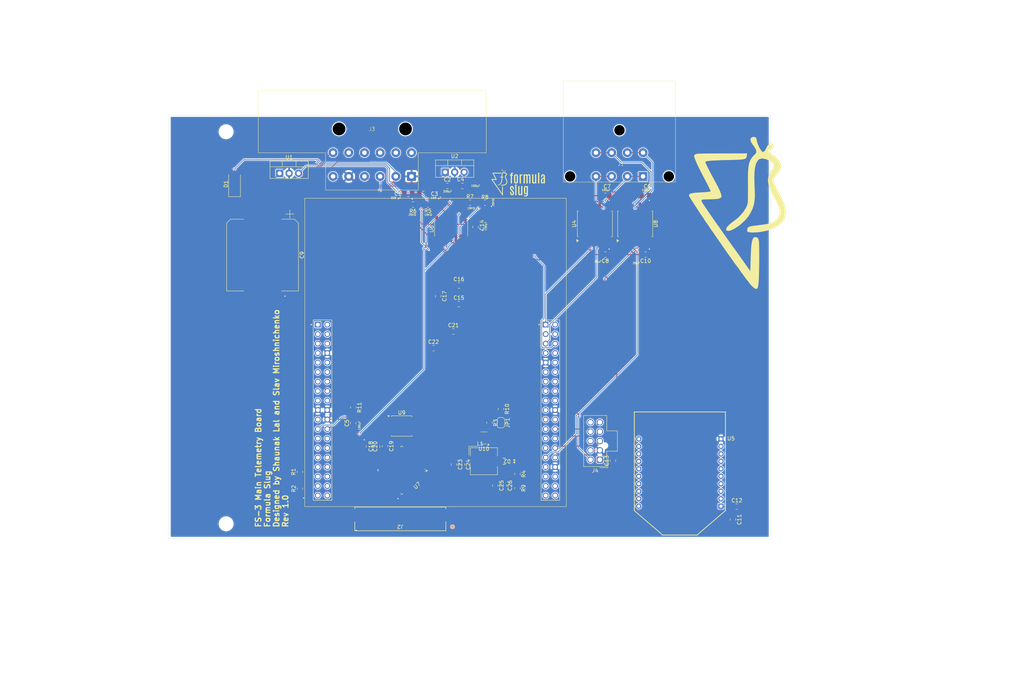
<source format=kicad_pcb>
(kicad_pcb (version 20240108) (generator "pcbnew") (generator_version "8.0")
  (title_block (title "Telemetry Board") (date "2024-08-28") (rev "1.0"))
  (layers (0 "F.Cu" signal) (31 "B.Cu" signal) (34 "B.Paste" user) (35 "F.Paste" user) (36 "B.SilkS" user "B.Silkscreen") (37 "F.SilkS" user "F.Silkscreen") (38 "B.Mask" user) (39 "F.Mask" user) (44 "Edge.Cuts" user))
  (net 0 "")
  (net 1 "GND")
  (net 2 "+12V")
  (net 3 "+5V")
  (net 4 "+9V")
  (net 5 "+3V3")
  (net 6 "CAN2_L")
  (net 7 "Acc Intake Flow Rate")
  (net 8 "Brake Sensor F")
  (net 9 "Brake Sensor B")
  (net 10 "CAN1_H")
  (net 11 "Acc Intake Temp")
  (net 12 "CAN1_L")
  (net 13 "CAN2_H")
  (net 14 "Acc Intake Pressure")
  (net 15 "Steering Sensor")
  (net 16 "Acc Exhaust Temp")
  (net 17 "Brake Sensor F 3V3")
  (net 18 "Brake Sensor R 3V3")
  (net 19 "SD Card Detect T{slash}F")
  (net 20 "CAN1_TX")
  (net 21 "CAN1_RX")
  (net 22 "CAN2_TX")
  (net 23 "CAN2_RX")
  (net 26 "Net-(U6B--)")
  (net 27 "Net-(U6A--)")
  (net 28 "Steering Sensor 3V3")
  (net 32 "VCC1.2")
  (net 34 "BL-High")
  (net 35 "Net-(D2-A)")
  (net 36 "R0")
  (net 37 "R1")
  (net 41 "B4")
  (net 48 "HSYNC")
  (net 50 "+12VIN")
  (net 54 "R4")
  (net 57 "Net-(U3A-PC2)")
  (net 59 "DCLK")
  (net 61 "B0")
  (net 65 "R6")
  (net 70 "VSYNC")
  (net 73 "G0")
  (net 74 "R7")
  (net 75 "G1")
  (net 81 "G7")
  (net 84 "B5")
  (net 89 "B2")
  (net 90 "G5")
  (net 92 "G6")
  (net 93 "R2")
  (net 94 "DISP")
  (net 95 "BL-Low")
  (net 96 "G2")
  (net 97 "DEN")
  (net 98 "G3")
  (net 99 "R3")
  (net 101 "B7")
  (net 102 "B6")
  (net 103 "R5")
  (net 104 "B3")
  (net 105 "B1")
  (net 106 "G4")
  (net 107 "SD MOSI2")
  (net 108 "SD CS2")
  (net 109 "SD SCK2")
  (net 110 "SD MISO2")
  (net 111 "Net-(JP1-A)")
  (net 112 "OV")
  (net 113 "INT")
  (net 114 "Dash SCK3")
  (net 115 "Radio SCK1")
  (net 116 "Dash CS3")
  (net 117 "Dash MISO3")
  (net 118 "Radio MISO1")
  (net 119 "Radio ATTN")
  (net 120 "PD")
  (net 121 "Radio CS1")
  (net 125 "Radio Reset")
  (net 126 "Dash MOSI3")
  (net 128 "Radio MOSI1")
  (net 142 "MEM-MISO")
  (net 144 "MEM-MOSI")
  (net 146 "MEM-IO2")
  (net 147 "MEM-SCLK")
  (net 148 "MEM-IO3")
  (net 153 "BL-PWM")
  (net 157 "Dash SCLK3")
  (net 159 "MEM-CS")
  (footprint "Capacitor_SMD:C_0805_2012Metric" (layer "F.Cu") (at 126.746 105.41)
    (property "Reference" "C22")
    (property "Value" "100 nF")
  )
  (footprint "Resistor_SMD:R_0805_2012Metric_Pad1.20x1.40mm_HandSolder" (layer "F.Cu") (at 91 143 90)
    (property "Reference" "R2")
    (property "Value" "3 kΩ")
  )
  (footprint "Capacitor_SMD:C_0805_2012Metric" (layer "F.Cu") (at 145.542 142.179 -90)
    (property "Reference" "C26")
    (property "Value" "1 µF")
  )
  (footprint "FS_3_Global_Footprint_Library:US2H_TOS" (layer "F.Cu") (at 146.4433 135.6595 180)
    (property "Reference" "D2")
    (property "Value" "470 mV @ 2A Forward / 40V 2A Reverse" (hide yes))
  )
  (footprint "Package_TO_SOT_SMD:SOT-23-6_Handsoldering" (layer "F.Cu") (at 140.208 129.4365 180)
    (property "Reference" "U10")
    (property "Value" "~")
  )
  (footprint "1FS_2_Global_Footprint_Library:FS Logo Big" (layer "F.Cu") (at 207.651135 68.651707)
    (property "Reference" "G1" (hide yes))
    (property "Value" "FS Logo" (hide yes))
  )
  (footprint "Capacitor_SMD:C_0805_2012Metric" (layer "F.Cu") (at 111.633 131.699 90)
    (property "Reference" "C18")
    (property "Value" "10 µF")
  )
  (footprint "Resistor_SMD:R_0805_2012Metric_Pad1.20x1.40mm_HandSolder" (layer "F.Cu") (at 136.5 66.5)
    (property "Reference" "R7")
    (property "Value" "10k")
  )
  (footprint "Capacitor_SMD:C_0805_2012Metric" (layer "F.Cu") (at 113.792 131.638 -90)
    (property "Reference" "C19")
    (property "Value" "100nF")
  )
  (footprint "Capacitor_SMD:C_0805_2012Metric_Pad1.18x1.45mm_HandSolder" (layer "F.Cu") (at 172.7335 64.636 180)
    (property "Reference" "C7")
    (property "Value" "100nf")
  )
  (footprint "Resistor_SMD:R_0805_2012Metric_Pad1.20x1.40mm_HandSolder" (layer "F.Cu") (at 140.5 66.5 180)
    (property "Reference" "R8")
    (property "Value" "20k")
  )
  (footprint "Package_SO:SOIC-8_5.23x5.23mm_P1.27mm" (layer "F.Cu") (at 118.237 126.238)
    (property "Reference" "U9")
    (property "Value" "~")
  )
  (footprint "Resistor_SMD:R_0805_2012Metric" (layer "F.Cu") (at 149.225 139.065 -90)
    (property "Reference" "R4")
    (property "Value" "33K ±1%")
  )
  (footprint "Package_SO:SOP-8_6.62x9.15mm_P2.54mm" (layer "F.Cu") (at 180.696 72.136 90)
    (property "Reference" "U8")
    (property "Value" "ISO1050DUB" (hide yes))
  )
  (footprint "Capacitor_SMD:C_0805_2012Metric_Pad1.18x1.45mm_HandSolder" (layer "F.Cu") (at 134.4625 62 180)
    (property "Reference" "C4")
    (property "Value" "100nf")
  )
  (footprint "MountingHole:MountingHole_3.5mm" (layer "F.Cu") (at 71.25 152.4)
    (property "Reference" "REF**" (hide yes))
    (property "Value" "MountingHole_3.5mm")
  )
  (footprint "Resistor_SMD:R_0805_2012Metric_Pad1.20x1.40mm_HandSolder" (layer "F.Cu") (at 125.25 67 180)
    (property "Reference" "R5")
    (property "Value" "10k")
  )
  (footprint "Capacitor_SMD:C_0805_2012Metric_Pad1.18x1.45mm_HandSolder" (layer "F.Cu") (at 207.899 147.828)
    (property "Reference" "C12")
    (property "Value" "47 pF")
  )
  (footprint "FS_3_Global_Footprint_Library:XBP9B-DPST-001" (layer "F.Cu") (at 192.659 138.938 180)
    (property "Reference" "U5")
    (property "Value" "XBP9B-DPST-001")
  )
  (footprint "Resistor_SMD:R_0805_2012Metric" (layer "F.Cu") (at 149.225 142.875 -90)
    (property "Reference" "R9")
    (property "Value" "100K ±1%")
  )
  (footprint "FS_3_Global_Footprint_Library:ATM13-12PA-BM03" (layer "F.Cu") (at 89.863 43.1)
    (property "Reference" "J3")
    (property "Value" "12 pin ATM connector" (hide yes))
  )
  (footprint "Capacitor_SMD:C_0805_2012Metric" (layer "F.Cu") (at 134.366 136.5485 -90)
    (property "Reference" "C24")
    (property "Value" "10 µF")
  )
  (footprint "Package_SO:SOIC-14_3.9x8.7mm_P1.27mm" (layer "F.Cu") (at 131.46 73.475 -90)
    (property "Reference" "U6")
    (property "Value" "MCP6004" (hide yes))
  )
  (footprint "Inductor_SMD:L_TDK_SLF7045" (layer "F.Cu") (at 140.233 135.6595)
    (property "Reference" "L1")
    (property "Value" "4.7 µH")
  )
  (footprint "FSFootprints:fs_logo_full_2400" (layer "F.Cu") (at 149.352 61.214)
    (property "Reference" "G***" (hide yes))
    (property "Value" "LOGO" (hide yes))
  )
  (footprint "Package_TO_SOT_THT:TO-220-3_Vertical" (layer "F.Cu") (at 85.57 58.62)
    (property "Reference" "U1")
    (property "Value" "LM7805_TO220" (hide yes))
  )
  (footprint "Capacitor_SMD:C_0805_2012Metric" (layer "F.Cu") (at 132.08 100.96)
    (property "Reference" "C21")
    (property "Value" "0.1 µF")
  )
  (footprint "MountingHole:MountingHole_3.5mm" (layer "F.Cu") (at 71.25 47.5)
    (property "Reference" "REF**" (hide yes))
    (property "Value" "MountingHole_3.5mm")
  )
  (footprint "Resistor_SMD:R_0805_2012Metric" (layer "F.Cu") (at 105.283 121.285 -90)
    (property "Reference" "R11")
    (property "Value" "4.7k")
  )
  (footprint "Package_TO_SOT_THT:TO-220-3_Vertical" (layer "F.Cu") (at 129.87 58.32)
    (property "Reference" "U2")
    (property "Value" "LM7809_TO220" (hide yes))
  )
  (footprint "FS_3_Global_Footprint_Library:ATM13-8PA-BM03" (layer "F.Cu") (at 161.5 60.95)
    (property "Reference" "J1")
    (property "Value" "8 pin ATM connector" (hide yes))
  )
  (footprint "Capacitor_SMD:C_0805_2012Metric_Pad1.18x1.45mm_HandSolder" (layer "F.Cu") (at 172.696 80.386 180)
    (property "Reference" "C8")
    (property "Value" "100nf")
  )
  (footprint "Capacitor_SMD:C_0805_2012Metric_Pad1.18x1.45mm_HandSolder" (layer "F.Cu") (at 124 64.135 180)
    (property "Reference" "C3")
    (property "Value" "100nf" (hide yes))
  )
  (footprint "Capacitor_SMD:C_0805_2012Metric" (layer "F.Cu") (at 128.016 91.501 -90)
    (property "Reference" "C17")
    (property "Value" "100nF")
  )
  (footprint "Capacitor_SMD:C_0805_2012Metric_Pad1.18x1.45mm_HandSolder" (layer "F.Cu") (at 120 64.135)
    (property "Reference" "C1")
    (property "Value" "330nf")
  )
  (footprint "Capacitor_SMD:C_0805_2012Metric_Pad1.18x1.45mm_HandSolder" (layer "F.Cu") (at 206.883 151.257 -90)
    (property "Reference" "C11")
    (property "Value" "1.0 uF")
  )
  (footprint "Capacitor_SMD:C_0805_2012Metric" (layer "F.Cu") (at 133.538 93.594)
    (property "Reference" "C15")
    (property "Value" "1 µF")
  )
  (footprint "Capacitor_SMD:C_0805_2012Metric_Pad1.18x1.45mm_HandSolder" (layer "F.Cu") (at 105.25 125.4625 90)
    (property "Reference" "C5")
    (property "Value" "100nf")
  )
  (footprint "FS_3_Global_Footprint_Library:CONN_F32D-1A7Y1-21040_AMP" (layer "F.Cu") (at 117.861999 151.098699 180)
    (property "Reference" "J2")
    (property "Value" "40 pin ZIF FPC Connector")
  )
  (footprint "Capacitor_SMD:C_0805_2012Metric_Pad1.18x1.45mm_HandSolder" (layer "F.Cu") (at 183.446 64.636 180)
    (property "Reference" "C6")
    (property "Value" "100nf")
  )
  (footprint "Capacitor_SMD:C_0805_2012Metric_Pad1.18x1.45mm_HandSolder" (layer "F.Cu") (at 183.4835 80.386 180)
    (property "Reference" "C10")
    (property "Value" "100nf")
  )
  (footprint "Capacitor_SMD:C_0805_2012Metric" (layer "F.Cu") (at 132.207 136.5485 -90)
    (property "Reference" "C23")
    (property "Value" "1 µF")
  )
  (footprint "Capacitor_SMD:C_0805_2012Metric_Pad1.18x1.45mm_HandSolder" (layer "F.Cu") (at 174.75 135.5 90)
    (property "Reference" "C13")
    (property "Value" "100nf")
  )
  (footprint "Capacitor_SMD:C_0805_2012Metric_Pad1.18x1.45mm_HandSolder" (layer "F.Cu") (at 130.4625 62)
    (property "Reference" "C2")
    (property "Value" "330nf")
  )
  (footprint "Diode_SMD:D_2010_5025Metric_Pad1.52x2.65mm_HandSolder" (layer "F.Cu") (at 73.5 61.5 90)
    (property "Reference" "D1")
    (property "Value" "ACGRAT105L-HF")
  )
  (footprint "Resistor_SMD:R_0805_2012Metric_Pad1.20x1.40mm_HandSolder" (layer "F.Cu") (at 91 138.5 -90)
    (property "Reference" "R1")
    (property "Value" "1 kΩ" (hide yes))
  )
  (footprint "Resistor_SMD:R_0805_2012Metric" (layer "F.Cu") (at 144.78 121.6895 -90)
    (property "Reference" "R10")
    (property "Value" "2.49 ±1%")
  )
  (footprint "Package_DFN_QFN:VQFN-64-1EP_9x9mm_P0.5mm_EP7.15x7.15mm" (layer "F.Cu") (at 118.246097 138.068436 -135)
    (property "Reference" "U7")
    (property "Value" "BT817Q")
  )
  (footprint "Capacitor_SMD:C_0805_2012Metric" (layer "F.Cu") (at 109.474 131.699 -90)
    (property "Reference" "C20")
    (property "Value" "100nF")
  )
  (footprint "Resistor_SMD:R_0805_2012Metric" (layer "F.Cu") (at 141.732 125.3725 -90)
    (property "Reference" "R3")
    (property "Value" "4.99 ±1%")
  )
  (footprint "FS_3_Global_Footprint_Library:NUCLEO-F446RE" (layer "F.Cu") (at 127.54 108.62)
    (property "Reference" "U3" (hide yes))
    (property "Value" "NUCLEO-F446RE" (hide yes))
  )
  (footprint "Capacitor_SMD:C_0805_2012Metric_Pad1.18x1.45mm_HandSolder" (layer "F.Cu") (at 138 73 -90)
    (property "Reference" "C14")
    (property "Value" "100nf")
  )
  (footprint "Connector_Molex:Molex_Nano-Fit_105310-xx10_2x05_P2.50mm_Vertical" (layer "F.Cu") (at 171.25 135.25 180)
    (property "Reference" "J4")
    (property "Value" "SD to SPI (Molex nanofit)")
  )
  (footprint "Resistor_SMD:R_0805_2012Metric_Pad1.20x1.40mm_HandSolder" (layer "F.Cu") (at 121.25 67)
    (property "Reference" "R6")
    (property "Value" "20k")
  )
  (footprint "Capacitor_SMD:C_0805_2012Metric" (layer "F.Cu") (at 143.256 142.179 -90)
    (property "Reference" "C25")
    (property "Value" "1 µF")
  )
  (footprint "Capacitor_SMD:C_0805_2012Metric" (layer "F.Cu") (at 133.543 88.641)
    (property "Reference" "C16")
    (property "Value" "0.1 µF")
  )
  (footprint "Capacitor_SMD:CP_Elec_18x17.5" (layer "F.Cu") (at 81 80.5 -90)
    (property "Reference" "C9")
    (property "Value" "EEE-FK1C562SM")
  )
  (footprint "Package_SO:SOP-8_6.62x9.15mm_P2.54mm" (layer "F.Cu") (at 169.926 72.136 90)
    (property "Reference" "U4")
    (property "Value" "ISO1050DUB")
  )
  (footprint "Jumper:SolderJumper-2_P1.3mm_Open_RoundedPad1.0x1.5mm" (layer "F.Cu") (at 144.78 125.3575 -90)
    (property "Reference" "JP1")
    (property "Value" "Open")
  )
  (gr_rect (start 92.29 65.29) (end 162.29 147.79) (stroke (width 0.1)) (fill none) (layer "F.SilkS"))
  (gr_rect (start 55.928 43.027999) (end 216.928 156.377999) (stroke (width 0.05)) (fill none) (layer "Edge.Cuts"))
  (gr_text "100 μF" (at 126 65.5 0) (layer "F.SilkS") (effects (font (size 0.5 0.5) (thickness 0.1) (bold yes)) (justify left bottom)))
  (gr_text "100μF" (at 171.696 63.386 0) (layer "F.SilkS") (effects (font (size 0.5 0.5) (thickness 0.1) (bold yes)) (justify left bottom)))
  (gr_text "10KΩ" (at 135.75 68.25 0) (layer "F.SilkS") (effects (font (size 0.5 0.5) (thickness 0.1) (bold yes)) (justify left bottom)))
  (gr_text "10KΩ" (at 124.25 70 0) (layer "F.SilkS") (effects (font (size 0.5 0.5) (thickness 0.1) (bold yes)) (justify left bottom)))
  (gr_text "20KΩ" (at 143 67.5 90) (layer "F.SilkS") (effects (font (size 0.5 0.5) (thickness 0.1) (bold yes)) (justify left bottom)))
  (gr_text "330 μF" (at 115.25 65.5 0) (layer "F.SilkS") (effects (font (size 0.5 0.5) (thickness 0.1) (bold yes)) (justify left bottom)))
  (gr_text "20μF" (at 169.75 82.5 0) (layer "F.SilkS") (effects (font (size 0.5 0.5) (thickness 0.1) (bold yes)) (justify left bottom)))
  (gr_text "100μF" (at 107.188 127.381 90) (layer "F.SilkS") (effects (font (size 0.5 0.5) (thickness 0.1) (bold yes)) (justify left bottom)))
  (gr_text "100μF" (at 141 74 90) (layer "F.SilkS") (effects (font (size 0.5 0.5) (thickness 0.1) (bold yes)) (justify left bottom)))
  (gr_text "20KΩ" (at 120 70 0) (layer "F.SilkS") (effects (font (size 0.5 0.5) (thickness 0.1) (bold yes)) (justify left bottom)))
  (gr_text "FS-3 Main Telemetry Board\nFormula Slug\nDesigned by Shaunak Lal and Slav Miroshnichenko\nRev 1.0" (at 88 153.5 90) (layer "F.SilkS") (effects (font (size 1.5 1.5) (thickness 0.3) (bold yes)) (justify left bottom)))
  (gr_text "330μF" (at 129.25 63.75 0) (layer "F.SilkS") (effects (font (size 0.5 0.5) (thickness 0.1) (bold yes)) (justify left bottom)))
  (gr_text "20μF" (at 179.959 82.931 0) (layer "F.SilkS") (effects (font (size 0.5 0.5) (thickness 0.1) (bold yes)) (justify left bottom)))
  (gr_text "100μF" (at 182.446 63.386 0) (layer "F.SilkS") (effects (font (size 0.5 0.5) (thickness 0.1) (bold yes)) (justify left bottom)))
  (gr_text "100μF" (at 136.75 62.25 0) (layer "F.SilkS") (effects (font (size 0.5 0.5) (thickness 0.1) (bold yes)) (justify left bottom)))
  (segment (start 184.506 65.886) (end 184.506 64.6585) (width 0.2) (layer "F.Cu") (net 1))
  (segment (start 132.41 61.09) (end 131.5 62) (width 0.2) (layer "F.Cu") (net 1))
  (segment (start 131.46 76.924999) (end 131.760001 77.225) (width 0.2) (layer "F.Cu") (net 1))
  (segment (start 184.506 78.886) (end 184.506 80.371) (width 0.2) (layer "F.Cu") (net 1))
  (segment (start 110.111999 153.924) (end 109.8943 154.141699) (width 0.2) (layer "F.Cu") (net 1))
  (segment (start 141.5 66.5) (end 142.25 67.25) (width 0.2) (layer "F.Cu") (net 1))
  (segment (start 118.246097 137.007776) (end 118.246097 138.068436) (width 0.2) (layer "F.Cu") (net 1))
  (segment (start 132.41 61.09) (end 132.515 61.09) (width 0.2) (layer "F.Cu") (net 1))
  (segment (start 109.032 130.749) (end 108.204 129.921) (width 0.2) (layer "F.Cu") (net 1))
  (segment (start 184.506 64.6585) (end 184.4835 64.636) (width 0.2) (layer "F.Cu") (net 1))
  (segment (start 138 74.0375) (end 139.7875 74.0375) (width 0.2) (layer "F.Cu") (net 1))
  (segment (start 126.611999 154.0687) (end 126.539 154.141699) (width 0.2) (layer "F.Cu") (net 1))
  (segment (start 82.75 87.25) (end 87 91.5) (width 0.2) (layer "F.Cu") (net 1))
  (segment (start 208.9365 147.828) (end 208.9365 150.241) (width 0.2) (layer "F.Cu") (net 1))
  (segment (start 110.111999 153.924) (end 110.111999 153.193999) (width 0.2) (layer "F.Cu") (net 1))
  (segment (start 115.638641 134.40032) (end 118.246097 137.007776) (width 0.2) (layer "F.Cu") (net 1))
  (segment (start 139.7875 74.0375) (end 139.9125 73.9125) (width 0.2) (layer "F.Cu") (net 1))
  (segment (start 120.25 66.2875) (end 121.0375 65.5) (width 0.2) (layer "F.Cu") (net 1))
  (segment (start 138 75) (end 138 74.0375) (width 0.2) (layer "F.Cu") (net 1))
  (segment (start 113.731 130.749) (end 113.792 130.688) (width 0.2) (layer "F.Cu") (net 1))
  (segment (start 184.506 76.661) (end 184.506 78.886) (width 0.2) (layer "F.Cu") (net 1))
  (segment (start 109.8943 154.141699) (end 106.089699 154.141699) (width 0.2) (layer "F.Cu") (net 1))
  (segment (start 113.684999 154.141699) (end 114.427 154.141699) (width 0.2) (layer "F.Cu") (net 1))
  (segment (start 184.506 80.121) (end 184.771 80.386) (width 0.2) (layer "F.Cu") (net 1))
  (segment (start 113.612 153.193999) (end 113.612 154.0687) (width 0.2) (layer "F.Cu") (net 1))
  (segment (start 203.659 129.688) (end 208.9365 134.9655) (width 0.2) (layer "F.Cu") (net 1))
  (segment (start 111.633 130.749) (end 113.731 130.749) (width 0.2) (layer "F.Cu") (net 1))
  (segment (start 120.25 67) (end 120.25 66.2875) (width 0.2) (layer "F.Cu") (net 1))
  (segment (start 174.75 134.4625) (end 172.9625 134.4625) (width 0.2) (layer "F.Cu") (net 1))
  (segment (start 117.759961 145.130039) (end 117.759961 143.857873) (width 0.2) (layer "F.Cu") (net 1))
  (segment (start 98.415 124.425) (end 98.33 124.51) (width 0.2) (layer "F.Cu") (net 1))
  (segment (start 109.474 130.749) (end 109.032 130.749) (width 0.2) (layer "F.Cu") (net 1))
  (segment (start 208.9365 134.9655) (end 208.9365 147.828) (width 0.2) (layer "F.Cu") (net 1))
  (segment (start 113.792 130.688) (end 114.637 129.843) (width 0.2) (layer "F.Cu") (net 1))
  (segment (start 110.184998 154.141699) (end 110.111999 154.0687) (width 0.2) (layer "F.Cu") (net 1))
  (segment (start 131.46 75.95) (end 131.46 76.924999) (width 0.2) (layer "F.Cu") (net 1))
  (segment (start 109.474 130.749) (end 111.633 130.749) (width 0.2) (layer "F.Cu") (net 1))
  (segment (start 110.111999 154.0687) (end 110.111999 153.924) (width 0.2) (layer "F.Cu") (net 1))
  (segment (start 117.221 145.669) (end 117.759961 145.130039) (width 0.2) (layer "F.Cu") (net 1))
  (segment (start 112.758513 138.252719) (end 118.061814 138.252719) (width 0.2) (layer "F.Cu") (net 1))
  (segment (start 173.736 65.886) (end 173.736 64.671) (width 0.2) (layer "F.Cu") (net 1))
  (segment (start 208.9365 150.241) (end 206.883 152.2945) (width 0.2) (layer "F.Cu") (net 1))
  (segment (start 135.775 77.225) (end 138 75) (width 0.2) (layer "F.Cu") (net 1))
  (segment (start 121.0375 64.135) (end 122.9625 64.135) (width 0.2) (layer "F.Cu") (net 1))
  (segment (start 132.41 58.32) (end 132.41 61.09) (width 0.2) (layer "F.Cu") (net 1))
  (segment (start 173.736 78.886) (end 173.736 80.3835) (width 0.2) (layer "F.Cu") (net 1))
  (segment (start 121.0375 64.135) (end 121.0375 65.5) (width 0.2) (layer "F.Cu") (net 1))
  (segment (start 184.506 80.371) (end 184.521 80.386) (width 0.2) (layer "F.Cu") (net 1))
  (segment (start 112.45666 138.554572) (end 112.758513 138.252719) (width 0.2) (layer "F.Cu") (net 1))
  (segment (start 91 144.5) (end 92 145.5) (width 0.2) (layer "F.Cu") (net 1))
  (segment (start 172.9625 134.4625) (end 171.25 132.75) (width 0.2) (layer "F.Cu") (net 1))
  (segment (start 91 144) (end 91 144.5) (width 0.2) (layer "F.Cu") (net 1))
  (segment (start 117.759961 143.857873) (end 118.061814 143.55602) (width 0.2) (layer "F.Cu") (net 1))
  (segment (start 126.611999 153.193999) (end 126.611999 154.0687) (width 0.2) (layer "F.Cu") (net 1))
  (segment (start 132.515 61.09) (end 133.425 62) (width 0.2) (layer "F.Cu") (net 1))
  (segment (start 105.25 124.425) (end 98.415 124.425) (width 0.2) (layer "F.Cu") (net 1))
  (segment (start 184.506 67.611) (end 184.506 65.886) (width 0.2) (layer "F.Cu") (net 1))
  (segment (start 114.427 154.141699) (end 110.184998 154.141699) (width 0.2) (layer "F.Cu") (net 1))
  (segment (start 114.637 129.843) (end 114.637 128.143) (width 0.2) (layer "F.Cu") (net 1))
  (segment (start 173.736 80.3835) (end 173.7335 80.386) (width 0.2) (layer "F.Cu") (net 1))
  (segment (start 173.736 76.661) (end 173.736 78.886) (width 0.2) (layer "F.Cu") (net 1))
  (segment (start 126.539 154.141699) (end 114.427 154.141699) (width 0.2) (layer "F.Cu") (net 1))
  (segment (start 118.061814 138.252719) (end 118.246097 138.068436) (width 0.2) (layer "F.Cu") (net 1))
  (segment (start 113.612 154.0687) (end 113.684999 154.141699) (width 0.2) (layer "F.Cu") (net 1))
  (segment (start 81 87.25) (end 82.75 87.25) (width 0.2) (layer "F.Cu") (net 1))
  (segment (start 131.760001 77.225) (end 135.775 77.225) (width 0.2) (layer "F.Cu") (net 1))
  (segment (start 173.736 67.611) (end 173.736 65.886) (width 0.2) (layer "F.Cu") (net 1))
  (segment (start 142.25 67.25) (end 142.25 67.5) (width 0.2) (layer "F.Cu") (net 1))
  (segment (start 173.736 64.671) (end 173.771 64.636) (width 0.2) (layer "F.Cu") (net 1))
  (segment (start 118.061814 143.55602) (end 118.061814 138.252719) (width 0.2) (layer "F.Cu") (net 1))
  (via (at 184.506 65.886) (size 0.6) (drill 0.3) (layers "F.Cu" "B.Cu") (net 1))
  (via (at 87 91.5) (size 0.6) (drill 0.3) (layers "F.Cu" "B.Cu") (net 1))
  (via (at 173.736 65.886) (size 0.6) (drill 0.3) (layers "F.Cu" "B.Cu") (net 1))
  (via (at 106.089699 154.141699) (size 0.6) (drill 0.3) (layers "F.Cu" "B.Cu") (net 1))
  (via (at 184.506 78.886) (size 0.6) (drill 0.3) (layers "F.Cu" "B.Cu") (net 1))
  (via (at 121.0375 65.5) (size 0.6) (drill 0.3) (layers "F.Cu" "B.Cu") (net 1))
  (via (at 117.221 145.669) (size 0.6) (drill 0.3) (layers "F.Cu" "B.Cu") (net 1))
  (via (at 142.25 67.5) (size 0.6) (drill 0.3) (layers "F.Cu" "B.Cu") (net 1))
  (via (at 139.9125 73.9125) (size 0.6) (drill 0.3) (layers "F.Cu" "B.Cu") (net 1))
  (via (at 92 145.5) (size 0.6) (drill 0.3) (layers "F.Cu" "B.Cu") (net 1))
  (via (at 108.204 129.921) (size 0.6) (drill 0.3) (layers "F.Cu" "B.Cu") (net 1))
  (via (at 173.736 78.886) (size 0.6) (drill 0.3) (layers "F.Cu" "B.Cu") (net 1))
  (segment (start 95.5 55.5) (end 88.69 55.5) (width 0.2) (layer "F.Cu") (net 2))
  (segment (start 80.5 63.985) (end 80.5 73.75) (width 0.2) (layer "F.Cu") (net 2))
  (segment (start 129.87 61.555) (end 129.425 62) (width 0.2) (layer "F.Cu") (net 2))
  (segment (start 118.0775 63.25) (end 118.9625 64.135) (width 0.2) (layer "F.Cu") (net 2))
  (segment (start 80.3525 63.8375) (end 85.57 58.62) (width 0.2) (layer "F.Cu") (net 2))
  (segment (start 117.5 63.25) (end 118.0775 63.25) (width 0.2) (layer "F.Cu") (net 2))
  (segment (start 88.69 55.5) (end 85.57 58.62) (width 0.2) (layer "F.Cu") (net 2))
  (segment (start 129.87 58.32) (end 129.87 61.555) (width 0.2) (layer "F.Cu") (net 2))
  (segment (start 73.5 63.8375) (end 80.3525 63.8375) (width 0.2) (layer "F.Cu") (net 2))
  (segment (start 127.05 61.14) (end 115.39 61.14) (width 0.2) (layer "F.Cu") (net 2))
  (segment (start 129.87 58.32) (end 127.05 61.14) (width 0.2) (layer "F.Cu") (net 2))
  (segment (start 80.3525 63.8375) (end 80.5 63.985) (width 0.2) (layer "F.Cu") (net 2))
  (via (at 95.5 55.5) (size 0.6) (drill 0.3) (layers "F.Cu" "B.Cu") (net 2))
  (via (at 117.5 63.25) (size 0.6) (drill 0.3) (layers "F.Cu" "B.Cu") (net 2))
  (via (at 115.39 61.14) (size 0.6) (drill 0.3) (layers "F.Cu" "B.Cu") (net 2))
  (segment (start 96.5 56.25) (end 95.75 55.5) (width 0.2) (layer "B.Cu") (net 2))
  (segment (start 115 57.26) (end 113.99 56.25) (width 0.2) (layer "B.Cu") (net 2))
  (segment (start 113.99 56.25) (end 96.5 56.25) (width 0.2) (layer "B.Cu") (net 2))
  (segment (start 115.39 61.14) (end 117.5 63.25) (width 0.2) (layer "B.Cu") (net 2))
  (segment (start 115 60.75) (end 115.225 60.975) (width 0.2) (layer "B.Cu") (net 2))
  (segment (start 115 60.75) (end 115 57.26) (width 0.2) (layer "B.Cu") (net 2))
  (segment (start 95.75 55.5) (end 95.5 55.5) (width 0.2) (layer "B.Cu") (net 2))
  (segment (start 115.225 60.975) (end 115.39 61.14) (width 0.2) (layer "B.Cu") (net 2))
  (segment (start 131.46 70.625256) (end 131.46 71) (width 0.2) (layer "F.Cu") (net 3))
  (segment (start 131.46 71.974999) (end 131.46 71) (width 0.2) (layer "F.Cu") (net 3))
  (segment (start 138.858 130.3865) (end 137.083 132.1615) (width 0.2) (layer "F.Cu") (net 3))
  (segment (start 125.0375 64.135) (end 125.0375 65.4625) (width 0.2) (layer "F.Cu") (net 3))
  (segment (start 176.97 65.136) (end 181.9085 65.136) (width 0.2) (layer "F.Cu") (net 3))
  (segment (start 172.721 63.611) (end 175.445 63.611) (width 0.2) (layer "F.Cu") (net 3))
  (segment (start 181.9085 65.136) (end 177.0002 65.136) (width 0.2) (layer "F.Cu") (net 3))
  (segment (start 125 65.5) (end 126.334744 65.5) (width 0.2) (layer "F.Cu") (net 3))
  (segment (start 137.6875 72.275) (end 131.760001 72.275) (width 0.2) (layer "F.Cu") (net 3))
  (segment (start 176.886 65.2502) (end 176.886 67.611) (width 0.2) (layer "F.Cu") (net 3))
  (segment (start 137.246 133.6275) (end 137.185 133.5665) (width 0.2) (layer "F.Cu") (net 3))
  (segment (start 138 71.9625) (end 161.7645 71.9625) (width 0.2) (layer "F.Cu") (net 3))
  (segment (start 171.6612 64.6012) (end 171.696 64.636) (width 0.2) (layer "F.Cu") (net 3))
  (segment (start 131.760001 72.275) (end 131.46 71.974999) (width 0.2) (layer "F.Cu") (net 3))
  (segment (start 137.083 132.1615) (end 137.083 135.6595) (width 0.2) (layer "F.Cu") (net 3))
  (segment (start 125.0375 65.4625) (end 125 65.5) (width 0.2) (layer "F.Cu") (net 3))
  (segment (start 171.696 64.636) (end 172.721 63.611) (width 0.2) (layer "F.Cu") (net 3))
  (segment (start 169.1258 64.6012) (end 171.6612 64.6012) (width 0.2) (layer "F.Cu") (net 3))
  (segment (start 126.334744 65.5) (end 131.46 70.625256) (width 0.2) (layer "F.Cu") (net 3))
  (segment (start 137.083 135.6595) (end 134.427 135.6595) (width 0.2) (layer "F.Cu") (net 3))
  (segment (start 134.366 135.5985) (end 132.207 135.5985) (width 0.2) (layer "F.Cu") (net 3))
  (segment (start 161.7645 71.9625) (end 166.116 67.611) (width 0.2) (layer "F.Cu") (net 3))
  (segment (start 175.445 63.611) (end 176.97 65.136) (width 0.2) (layer "F.Cu") (net 3))
  (segment (start 169.091 64.636) (end 166.116 67.611) (width 0.2) (layer "F.Cu") (net 3))
  (segment (start 177.0002 65.136) (end 176.886 65.2502) (width 0.2) (layer "F.Cu") (net 3))
  (segment (start 138 71.9625) (end 137.6875 72.275) (width 0.2) (layer "F.Cu") (net 3))
  (segment (start 181.9085 65.136) (end 182.4085 64.636) (width 0.2) (layer "F.Cu") (net 3))
  (segment (start 171.696 64.636) (end 169.091 64.636) (width 0.2) (layer "F.Cu") (net 3))
  (via (at 125 65.5) (size 0.6) (drill 0.3) (layers "F.Cu" "B.Cu") (net 3))
  (segment (start 123.35 63.85) (end 125 65.5) (width 0.2) (layer "B.Cu") (net 3))
  (segment (start 92.62 56.65) (end 113.824314 56.65) (width 0.2) (layer "B.Cu") (net 3))
  (segment (start 114.5 61.098529) (end 117.251471 63.85) (width 0.2) (layer "B.Cu") (net 3))
  (segment (start 90.65 58.62) (end 92.62 56.65) (width 0.2) (layer "B.Cu") (net 3))
  (segment (start 113.824314 56.65) (end 114.5 57.325686) (width 0.2) (layer "B.Cu") (net 3))
  (segment (start 117.251471 63.85) (end 123.35 63.85) (width 0.2) (layer "B.Cu") (net 3))
  (segment (start 114.5 57.325686) (end 114.5 61.098529) (width 0.2) (layer "B.Cu") (net 3))
  (segment (start 105.25 126.586) (end 105.25 126.5) (width 0.2) (layer "F.Cu") (net 4))
  (segment (start 124.75 77.5) (end 124.75 78.196) (width 0.2) (layer "F.Cu") (net 4))
  (segment (start 124.75 78.196) (end 124.206 78.74) (width 0.2) (layer "F.Cu") (net 4))
  (segment (start 105.25 126.5) (end 98.88 126.5) (width 0.2) (layer "F.Cu") (net 4))
  (segment (start 98.88 126.5) (end 98.33 127.05) (width 0.2) (layer "F.Cu") (net 4))
  (segment (start 105.25 126.022244) (end 105.25 126.5) (width 0.2) (layer "F.Cu") (net 4))
  (segment (start 106.934 128.27) (end 105.25 126.586) (width 0.2) (layer "F.Cu") (net 4))
  (segment (start 135.5 62) (end 131.25 66.25) (width 0.2) (layer "F.Cu") (net 4))
  (segment (start 124.75 77.5) (end 124.75 77.75) (width 0.2) (layer "F.Cu") (net 4))
  (segment (start 134.95 61.45) (end 135.5 62) (width 0.2) (layer "F.Cu") (net 4))
  (segment (start 134.95 58.32) (end 134.95 61.45) (width 0.2) (layer "F.Cu") (net 4))
  (via (at 124.75 77.5) (size 0.6) (drill 0.3) (layers "F.Cu" "B.Cu") (net 4))
  (via (at 124.206 78.74) (size 0.6) (drill 0.3) (layers "F.Cu" "B.Cu") (net 4))
  (via (at 131.25 66.25) (size 0.6) (drill 0.3) (layers "F.Cu" "B.Cu") (net 4))
  (via (at 106.934 128.27) (size 0.6) (drill 0.3) (layers "F.Cu" "B.Cu") (net 4))
  (segment (start 124.206 78.74) (end 124.206 110.998) (width 0.2) (layer "B.Cu") (net 4))
  (segment (start 124.75 73.25) (end 131.25 66.75) (width 0.2) (layer "B.Cu") (net 4))
  (segment (start 131.25 66.75) (end 131.25 66.25) (width 0.2) (layer "B.Cu") (net 4))
  (segment (start 124.206 110.998) (end 106.934 128.27) (width 0.2) (layer "B.Cu") (net 4))
  (segment (start 124.75 77.5) (end 124.75 73.25) (width 0.2) (layer "B.Cu") (net 4))
  (segment (start 122.937 125.943552) (end 122.607552 126.273) (width 0.2) (layer "F.Cu") (net 5))
  (segment (start 113.569021 135.866234) (end 113.870874 136.168087) (width 0.2) (layer "F.Cu") (net 5))
  (segment (start 171.6585 85.0375) (end 171.6585 80.386) (width 0.2) (layer "F.Cu") (net 5))
  (segment (start 174.75 142.193214) (end 182.776286 150.2195) (width 0.2) (layer "F.Cu") (net 5))
  (segment (start 112.49 63.26) (end 96.855 78.895) (width 0.2) (layer "F.Cu") (net 5))
  (segment (start 96.855 78.895) (end 96.855 103.125) (width 0.2) (layer "F.Cu") (net 5))
  (segment (start 174.421 81.411) (end 175.446 80.386) (width 0.2) (layer "F.Cu") (net 5))
  (segment (start 175.775 89.154) (end 171.6585 85.0375) (width 0.2) (layer "F.Cu") (net 5))
  (segment (start 96.855 103.125) (end 95.79 104.19) (width 0.2) (layer "F.Cu") (net 5))
  (segment (start 113.792 132.588) (end 113.792 133.260786) (width 0.2) (layer "F.Cu") (net 5))
  (segment (start 203.799 147.828) (end 203.659 147.688) (width 0.2) (layer "F.Cu") (net 5))
  (segment (start 174.75 136.5375) (end 174.75 142.193214) (width 0.2) (layer "F.Cu") (net 5))
  (segment (start 113.792 133.260786) (end 115.285087 134.753873) (width 0.2) (layer "F.Cu") (net 5))
  (segment (start 112.49 63.075) (end 112.49 63.26) (width 0.2) (layer "F.Cu") (net 5))
  (segment (start 96.855 115.415) (end 98.33 116.89) (width 0.2) (layer "F.Cu") (net 5))
  (segment (start 96.855 105.255) (end 96.855 115.415) (width 0.2) (layer "F.Cu") (net 5))
  (segment (start 122.607552 126.273) (end 120.996448 126.273) (width 0.2) (layer "F.Cu") (net 5))
  (segment (start 206.8615 147.828) (end 203.799 147.828) (width 0.2) (layer "F.Cu") (net 5))
  (segment (start 176.886 76.661) (end 180.611 80.386) (width 0.2) (layer "F.Cu") (net 5))
  (segment (start 109.474 132.649) (end 112.691234 135.866234) (width 0.2) (layer "F.Cu") (net 5))
  (segment (start 175.446 80.386) (end 182.446 80.386) (width 0.2) (layer "F.Cu") (net 5))
  (segment (start 95.79 104.19) (end 96.855 105.255) (width 0.2) (layer "F.Cu") (net 5))
  (segment (start 171.6585 80.386) (end 172.6835 81.411) (width 0.2) (layer "F.Cu") (net 5))
  (segment (start 120.996448 126.273) (end 117.759961 129.509487) (width 0.2) (layer "F.Cu") (net 5))
  (segment (start 98.33 116.89) (end 101.8005 116.89) (width 0.2) (layer "F.Cu") (net 5))
  (segment (start 112.691234 135.866234) (end 113.569021 135.866234) (width 0.2) (layer "F.Cu") (net 5))
  (segment (start 171.25 135.25) (end 173.4625 135.25) (width 0.2) (layer "F.Cu") (net 5))
  (segment (start 169.841 80.386) (end 171.6585 80.386) (width 0.2) (layer "F.Cu") (net 5))
  (segment (start 161.027 81.75) (end 166.116 76.661) (width 0.2) (layer "F.Cu") (net 5))
  (segment (start 112.49 63.075) (end 113.075 63.075) (width 0.2) (layer "F.Cu") (net 5))
  (segment (start 117.759961 129.509487) (end 117.759961 132.278999) (width 0.2) (layer "F.Cu") (net 5))
  (segment (start 121.837 124.333) (end 122.636999 124.333) (width 0.2) (layer "F.Cu") (net 5))
  (segment (start 122.636999 124.333) (end 122.937 124.633001) (width 0.2) (layer "F.Cu") (net 5))
  (segment (start 206.883 150.2195) (end 206.883 147.8495) (width 0.2) (layer "F.Cu") (net 5))
  (segment (start 113.075 63.075) (end 131.75 81.75) (width 0.2) (layer "F.Cu") (net 5))
  (segment (start 122.937 124.633001) (end 122.937 125.943552) (width 0.2) (layer "F.Cu") (net 5))
  (segment (start 206.883 147.8495) (end 206.8615 147.828) (width 0.2) (layer "F.Cu") (net 5))
  (segment (start 182.776286 150.2195) (end 206.883 150.2195) (width 0.2) (layer "F.Cu") (net 5))
  (segment (start 101.8005 116.89) (end 105.283 120.3725) (width 0.2) (layer "F.Cu") (net 5))
  (segment (start 131.75 81.75) (end 161.027 81.75) (width 0.2) (layer "F.Cu") (net 5))
  (segment (start 173.4625 135.25) (end 174.75 136.5375) (width 0.2) (layer "F.Cu") (net 5))
  (segment (start 175.775 135.5125) (end 174.75 136.5375) (width 0.2) (layer "F.Cu") (net 5))
  (segment (start 172.6835 81.411) (end 174.421 81.411) (width 0.2) (layer "F.Cu") (net 5))
  (segment (start 166.116 76.661) (end 169.841 80.386) (width 0.2) (layer "F.Cu") (net 5))
  (segment (start 175.775 89.154) (end 175.775 135.5125) (width 0.2) (layer "F.Cu") (net 5))
  (segment (start 180.611 80.386) (end 182.446 80.386) (width 0.2) (layer "F.Cu") (net 5))
  (via (at 112.49 63.075) (size 0.6) (drill 0.3) (layers "F.Cu" "B.Cu") (net 5))
  (segment (start 112.49 63.075) (end 112.49 58.95) (width 0.2) (layer "B.Cu") (net 5))
  (segment (start 180.971 67.611) (end 180.696 67.886) (width 0.2) (layer "F.Cu") (net 6))
  (segment (start 181.966 67.611) (end 180.971 67.611) (width 0.2) (layer "F.Cu") (net 6))
  (segment (start 182.8 53.1) (end 178.6 53.1) (width 0.2) (layer "F.Cu") (net 6))
  (via (at 180.696 67.886) (size 0.6) (drill 0.3) (layers "F.Cu" "B.Cu") (net 6))
  (segment (start 180.696 67.886) (end 185.293 63.289) (width 0.2) (layer "B.Cu") (net 6))
  (segment (start 185.293 55.593) (end 182.8 53.1) (width 0.2) (layer "B.Cu") (net 6))
  (segment (start 185.293 63.289) (end 185.293 55.593) (width 0.2) (layer "B.Cu") (net 6))
  (segment (start 109.591 55.499) (end 101.051 55.499) (width 0.15) (layer "F.Cu") (net 7))
  (segment (start 101.051 55.499) (end 94.55 62) (width 0.15) (layer "F.Cu") (net 7))
  (segment (start 95.41 130.75) (end 96.95 130.75) (width 0.15) (layer "F.Cu") (net 7))
  (segment (start 94.55 62) (end 94.55 129.89) (width 0.15) (layer "F.Cu") (net 7))
  (segment (start 96.95 130.75) (end 98.33 132.13) (width 0.15) (layer "F.Cu") (net 7))
  (segment (start 94.55 129.89) (end 95.41 130.75) (width 0.15) (layer "F.Cu") (net 7))
  (segment (start 112.49 52.6) (end 109.591 55.499) (width 0.15) (layer "F.Cu") (net 7))
  (segment (start 104.09 58.95) (end 107.24 62.1) (width 0.15) (layer "F.Cu") (net 8))
  (segment (start 107.24 62.1) (end 125.605026 62.1) (width 0.15) (layer "F.Cu") (net 8))
  (segment (start 132.73 69.224974) (end 132.73 71) (width 0.15) (layer "F.Cu") (net 8))
  (segment (start 125.605026 62.1) (end 132.73 69.224974) (width 0.15) (layer "F.Cu") (net 8))
  (segment (start 129.250196 72.25) (end 130.19 71.310196) (width 0.15) (layer "F.Cu") (net 9))
  (segment (start 99.89 58.95) (end 103.44 62.5) (width 0.15) (layer "F.Cu") (net 9))
  (segment (start 103.44 62.5) (end 114 62.5) (width 0.15) (layer "F.Cu") (net 9))
  (segment (start 130.19 71.310196) (end 130.19 71) (width 0.15) (layer "F.Cu") (net 9))
  (segment (start 114 62.5) (end 123.75 72.25) (width 0.15) (layer "F.Cu") (net 9))
  (segment (start 123.75 72.25) (end 129.250196 72.25) (width 0.15) (layer "F.Cu") (net 9))
  (segment (start 178.6 59.45) (end 182.8 59.45) (width 0.2) (layer "F.Cu") (net 10))
  (segment (start 168.656 67.611) (end 170.131 66.136) (width 0.2) (layer "F.Cu") (net 10))
  (segment (start 170.131 66.136) (end 172.446 66.136) (width 0.2) (layer "F.Cu") (net 10))
  (via (at 172.446 66.136) (size 0.6) (drill 0.3) (layers "F.Cu" "B.Cu") (net 10))
  (segment (start 172.446 66.136) (end 178.6 59.982) (width 0.2) (layer "B.Cu") (net 10))
  (segment (start 178.6 59.982) (end 178.6 59.45) (width 0.2) (layer "B.Cu") (net 10))
  (segment (start 95 138.5) (end 97.08 138.5) (width 0.15) (layer "F.Cu") (net 11))
  (segment (start 93.5 137) (end 95 138.5) (width 0.15) (layer "F.Cu") (net 11))
  (segment (start 93.5 58.99) (end 93.5 137) (width 0.15) (layer "F.Cu") (net 11))
  (segment (start 97.08 138.5) (end 98.33 139.75) (width 0.15) (layer "F.Cu") (net 11))
  (segment (start 99.89 52.6) (end 93.5 58.99) (width 0.15) (layer "F.Cu") (net 11))
  (segment (start 171.921 67.611) (end 171.196 67.611) (width 0.2) (layer "F.Cu") (net 12))
  (segment (start 172.196 67.886) (end 171.921 67.611) (width 0.2) (layer "F.Cu") (net 12))
  (segment (start 170.2 59.45) (end 174.4 59.45) (width 0.2) (layer "F.Cu") (net 12))
  (via (at 172.196 67.886) (size 0.6) (drill 0.3) (layers "F.Cu" "B.Cu") (net 12))
  (segment (start 172.196 67.886) (end 170.2 65.89) (width 0.2) (layer "B.Cu") (net 12))
  (segment (start 170.2 65.89) (end 170.2 59.45) (width 0.2) (layer "B.Cu") (net 12))
  (segment (start 174.4 53.1) (end 170.2 53.1) (width 0.2) (layer "F.Cu") (net 13))
  (segment (start 179.426 67.611) (end 180.401 66.636) (width 0.2) (layer "F.Cu") (net 13))
  (segment (start 180.401 66.636) (end 180.446 66.636) (width 0.2) (layer "F.Cu") (net 13))
  (via (at 180.446 66.636) (size 0.6) (drill 0.3) (layers "F.Cu" "B.Cu") (net 13))
  (segment (start 177.058686 55.758686) (end 174.4 53.1) (width 0.2) (layer "B.Cu") (net 13))
  (segment (start 184.893 62.189) (end 184.893 58.147) (width 0.2) (layer "B.Cu") (net 13))
  (segment (start 182.504686 55.758686) (end 177.058686 55.758686) (width 0.2) (layer "B.Cu") (net 13))
  (segment (start 180.446 66.636) (end 184.893 62.189) (width 0.2) (layer "B.Cu") (net 13))
  (segment (start 184.893 58.147) (end 182.504686 55.758686) (width 0.2) (layer "B.Cu") (net 13))
  (segment (start 97.16 133.5) (end 98.33 134.67) (width 0.15) (layer "F.Cu") (net 14))
  (segment (start 94.2 59.279948) (end 94.2 132.45) (width 0.15) (layer "F.Cu") (net 14))
  (segment (start 95.25 133.5) (end 97.16 133.5) (width 0.15) (layer "F.Cu") (net 14))
  (segment (start 105.741 55.149) (end 98.330948 55.149) (width 0.15) (layer "F.Cu") (net 14))
  (segment (start 108.29 52.6) (end 105.741 55.149) (width 0.15) (layer "F.Cu") (net 14))
  (segment (start 98.330948 55.149) (end 94.2 59.279948) (width 0.15) (layer "F.Cu") (net 14))
  (segment (start 94.2 132.45) (end 95.25 133.5) (width 0.15) (layer "F.Cu") (net 14))
  (segment (start 108.29 58.95) (end 111.09 61.75) (width 0.15) (layer "F.Cu") (net 15))
  (segment (start 125.75 61.75) (end 133.5 69.5) (width 0.15) (layer "F.Cu") (net 15))
  (segment (start 111.09 61.75) (end 125.75 61.75) (width 0.15) (layer "F.Cu") (net 15))
  (segment (start 130.19 78.31) (end 130.19 75.95) (width 0.15) (layer "F.Cu") (net 15))
  (segment (start 130 78.5) (end 130.19 78.31) (width 0.15) (layer "F.Cu") (net 15))
  (via (at 133.5 69.5) (size 0.6) (drill 0.3) (layers "F.Cu" "B.Cu") (net 15))
  (via (at 130 78.5) (size 0.6) (drill 0.3) (layers "F.Cu" "B.Cu") (net 15))
  (segment (start 133.5 69.5) (end 133.5 75) (width 0.15) (layer "B.Cu") (net 15))
  (segment (start 133.5 75) (end 130 78.5) (width 0.15) (layer "B.Cu") (net 15))
  (segment (start 95.189217 136) (end 93.85 134.660783) (width 0.15) (layer "F.Cu") (net 16))
  (segment (start 93.85 59.134974) (end 98.247974 54.737) (width 0.15) (layer "F.Cu") (net 16))
  (segment (start 98.33 137.21) (end 97.12 136) (width 0.15) (layer "F.Cu") (net 16))
  (segment (start 97.12 136) (end 95.189217 136) (width 0.15) (layer "F.Cu") (net 16))
  (segment (start 93.85 134.660783) (end 93.85 59.134974) (width 0.15) (layer "F.Cu") (net 16))
  (segment (start 101.953 54.737) (end 104.09 52.6) (width 0.15) (layer "F.Cu") (net 16))
  (segment (start 98.247974 54.737) (end 101.953 54.737) (width 0.15) (layer "F.Cu") (net 16))
  (segment (start 139.5 67.25) (end 138.75 68) (width 0.2) (layer "F.Cu") (net 17))
  (segment (start 139.5 66.5) (end 139.5 67.25) (width 0.2) (layer "F.Cu") (net 17))
  (segment (start 137.5 66.5) (end 139.5 66.5) (width 0.2) (layer "F.Cu") (net 17))
  (via (at 138.75 68) (size 0.6) (drill 0.3) (layers "F.Cu" "B.Cu") (net 17))
  (segment (start 133.875 72.875) (end 133.875 75.15533) (width 0.2) (layer "B.Cu") (net 17))
  (segment (start 130.6 78.43033) (end 130.6 78.748529) (width 0.2) (layer "B.Cu") (net 17))
  (segment (start 133.875 75.15533) (end 130.6 78.43033) (width 0.2) (layer "B.Cu") (net 17))
  (segment (start 124.606 84.42433) (end 124.606 84.601) (width 0.2) (layer "B.Cu") (net 17))
  (segment (start 130.6 78.748529) (end 130.248529 79.1) (width 0.2) (layer "B.Cu") (net 17))
  (segment (start 130.248529 79.1) (end 129.93033 79.1) (width 0.2) (layer "B.Cu") (net 17))
  (segment (start 129.93033 79.1) (end 124.606 84.42433) (width 0.2) (layer "B.Cu") (net 17))
  (segment (start 138.75 68) (end 133.875 72.875) (width 0.2) (layer "B.Cu") (net 17))
  (segment (start 124.25 67.5) (end 123.5 68.25) (width 0.2) (layer "F.Cu") (net 18))
  (segment (start 124.25 67) (end 124.25 67.5) (width 0.2) (layer "F.Cu") (net 18))
  (segment (start 122.25 67) (end 124.25 67) (width 0.2) (layer "F.Cu") (net 18))
  (via (at 123.5 68.25) (size 0.6) (drill 0.3) (layers "F.Cu" "B.Cu") (net 18))
  (segment (start 123.5 77.098529) (end 125.501471 79.1) (width 0.2) (layer "B.Cu") (net 18))
  (segment (start 123.5 68.25) (end 123.5 77.098529) (width 0.2) (layer "B.Cu") (net 18))
  (segment (start 168.05 127.05) (end 168.75 127.75) (width 0.2) (layer "F.Cu") (net 19))
  (segment (start 159.29 127.05) (end 168.05 127.05) (width 0.2) (layer "F.Cu") (net 19))
  (segment (start 170.446 78.636) (end 171.196 77.886) (width 0.2) (layer "F.Cu") (net 20))
  (segment (start 171.196 77.886) (end 171.196 76.661) (width 0.2) (layer "F.Cu") (net 20))
  (via (at 170.446 78.636) (size 0.6) (drill 0.3) (layers "F.Cu" "B.Cu") (net 20))
  (segment (start 156.75 104.19) (end 157.815 103.125) (width 0.2) (layer "B.Cu") (net 20))
  (segment (start 157.815 103.125) (end 157.815 99.078862) (width 0.2) (layer "B.Cu") (net 20))
  (segment (start 157.815 99.078862) (end 170.446 86.447862) (width 0.2) (layer "B.Cu") (net 20))
  (segment (start 170.446 86.447862) (end 170.446 78.636) (width 0.2) (layer "B.Cu") (net 20))
  (segment (start 168.656 78.35247) (end 168.656 76.661) (width 0.2) (layer "F.Cu") (net 21))
  (segment (start 168.976765 78.673235) (end 168.656 78.35247) (width 0.2) (layer "F.Cu") (net 21))
  (via (at 168.976765 78.673235) (size 0.6) (drill 0.3) (layers "F.Cu" "B.Cu") (net 21))
  (segment (start 156.75 99.11) (end 156.75 90.9) (width 0.2) (layer "B.Cu") (net 21))
  (segment (start 156.75 90.9) (end 168.976765 78.673235) (width 0.2) (layer "B.Cu") (net 21))
  (segment (start 172.616735 86.844265) (end 172.616735 102.529403) (width 0.2) (layer "F.Cu") (net 22))
  (segment (start 158.923862 115.75) (end 158 116.673862) (width 0.2) (layer "F.Cu") (net 22))
  (segment (start 158 116.673862) (end 158 118.18) (width 0.2) (layer "F.Cu") (net 22))
  (segment (start 181.966 77.866) (end 181.224 78.608) (width 0.2) (layer "F.Cu") (net 22))
  (segment (start 181.224 78.608) (end 181.196 78.636) (width 0.2) (layer "F.Cu") (net 22))
  (segment (start 159.396138 115.75) (end 158.923862 115.75) (width 0.2) (layer "F.Cu") (net 22))
  (segment (start 172.616735 102.529403) (end 159.396138 115.75) (width 0.2) (layer "F.Cu") (net 22))
  (segment (start 181.966 76.661) (end 181.966 77.866) (width 0.2) (layer "F.Cu") (net 22))
  (segment (start 158 118.18) (end 156.75 119.43) (width 0.2) (layer "F.Cu") (net 22))
  (via (at 181.224 78.608) (size 0.6) (drill 0.3) (layers "F.Cu" "B.Cu") (net 22))
  (via (at 172.616735 86.844265) (size 0.6) (drill 0.3) (layers "F.Cu" "B.Cu") (net 22))
  (segment (start 181.224 78.608) (end 180.853 78.608) (width 0.2) (layer "B.Cu") (net 22))
  (segment (start 180.853 78.608) (end 172.616735 86.844265) (width 0.2) (layer "B.Cu") (net 22))
  (segment (start 180.196 78.636) (end 180.236 78.636) (width 0.2) (layer "F.Cu") (net 23))
  (segment (start 180.236 78.636) (end 181.229 79.629) (width 0.2) (layer "F.Cu") (net 23))
  (segment (start 179.426 76.661) (end 179.426 77.866) (width 0.2) (layer "F.Cu") (net 23))
  (segment (start 179.426 77.866) (end 180.196 78.636) (width 0.2) (layer "F.Cu") (net 23))
  (via (at 181.229 79.629) (size 0.6) (drill 0.3) (layers "F.Cu" "B.Cu") (net 23))
  (segment (start 156.75 134.67) (end 158.225 133.195) (width 0.2) (layer "B.Cu") (net 23))
  (segment (start 165.644 122.9) (end 181.229 107.315) (width 0.2) (layer "B.Cu") (net 23))
  (segment (start 158.225 133.195) (end 160.075 133.195) (width 0.2) (layer "B.Cu") (net 23))
  (segment (start 165.501471 122.9) (end 165.644 122.9) (width 0.2) (layer "B.Cu") (net 23))
  (segment (start 160.075 133.195) (end 165 128.27) (width 0.2) (layer "B.Cu") (net 23))
  (segment (start 181.229 107.315) (end 181.229 79.629) (width 0.2) (layer "B.Cu") (net 23))
  (segment (start 165 128.27) (end 165 123.401471) (width 0.2) (layer "B.Cu") (net 23))
  (segment (start 165 123.401471) (end 165.501471 122.9) (width 0.2) (layer "B.Cu") (net 23))
  (segment (start 126.25 67) (end 126.25 69.6) (width 0.2) (layer "F.Cu") (net 26))
  (segment (start 128.92 71) (end 127.65 71) (width 0.2) (layer "F.Cu") (net 26))
  (segment (start 126.25 69.6) (end 127.65 71) (width 0.2) (layer "F.Cu") (net 26))
  (segment (start 134 71) (end 135.27 71) (width 0.2) (layer "F.Cu") (net 27))
  (segment (start 135.27 71) (end 135.27 66.73) (width 0.2) (layer "F.Cu") (net 27))
  (segment (start 135.27 66.73) (end 135.5 66.5) (width 0.2) (layer "F.Cu") (net 27))
  (segment (start 127.65 75.95) (end 128.92 75.95) (width 0.2) (layer "F.Cu") (net 28))
  (segment (start 128.92 75.95) (end 128.92 78.268529) (width 0.2) (layer "F.Cu") (net 28))
  (segment (start 131.401471 80.75) (end 153.75 80.75) (width 0.2) (layer "F.Cu") (net 28))
  (segment (start 128.92 78.268529) (end 131.401471 80.75) (width 0.2) (layer "F.Cu") (net 28))
  (via (at 153.75 80.75) (size 0.6) (drill 0.3) (layers "F.Cu" "B.Cu") (net 28))
  (segment (start 156.35 97.38) (end 155.685 98.045) (width 0.2) (layer "B.Cu") (net 28))
  (segment (start 156.35 83.35) (end 156.35 97.38) (width 0.2) (layer "B.Cu") (net 28))
  (segment (start 155.898862 105.255) (end 158.225 105.255) (width 0.2) (layer "B.Cu") (net 28))
  (segment (start 153.75 80.75) (end 156.35 83.35) (width 0.2) (layer "B.Cu") (net 28))
  (segment (start 155.685 105.041138) (end 155.898862 105.255) (width 0.2) (layer "B.Cu") (net 28))
  (segment (start 158.225 105.255) (end 159.29 104.19) (width 0.2) (layer "B.Cu") (net 28))
  (segment (start 155.685 98.045) (end 155.685 105.041138) (width 0.2) (layer "B.Cu") (net 28))
  (segment (start 112.372 133.388) (end 113.212108 133.388) (width 0.2) (layer "F.Cu") (net 32))
  (segment (start 113.212108 133.388) (end 114.931534 135.107426) (width 0.2) (layer "F.Cu") (net 32))
  (segment (start 111.633 132.649) (end 112.372 133.388) (width 0.2) (layer "F.Cu") (net 32))
  (segment (start 147.091 135.6595) (end 147.091 136.0185) (width 0.2) (layer "F.Cu") (net 34))
  (segment (start 147.091 136.0185) (end 147.83975 136.76725) (width 0.2) (layer "F.Cu") (net 34))
  (segment (start 143.256 141.229) (end 130.343301 154.141699) (width 0.2) (layer "F.Cu") (net 34))
  (segment (start 145.542 141.229) (end 147.83975 138.93125) (width 0.2) (layer "F.Cu") (net 34))
  (segment (start 127.256698 154.141699) (end 127.111998 153.996999) (width 0.2) (layer "F.Cu") (net 34))
  (segment (start 147.83975 138.93125) (end 147.83975 136.76725) (width 0.2) (layer "F.Cu") (net 34))
  (segment (start 143.256 141.229) (end 145.542 141.229) (width 0.2) (layer "F.Cu") (net 34))
  (segment (start 130.343301 154.141699) (end 127.256698 154.141699) (width 0.2) (layer "F.Cu") (net 34))
  (segment (start 127.111998 153.996999) (end 127.111998 153.193999) (width 0.2) (layer "F.Cu") (net 34))
  (segment (start 147.83975 136.76725) (end 149.225 138.1525) (width 0.2) (layer "F.Cu") (net 34))
  (segment (start 141.558 130.3865) (end 143.383 132.2115) (width 0.2) (layer "F.Cu") (net 35))
  (segment (start 143.383 132.2115) (end 143.383 135.6595) (width 0.2) (layer "F.Cu") (net 35))
  (segment (start 143.383 135.6595) (end 145.2495 135.6595) (width 0.2) (layer "F.Cu") (net 35))
  (segment (start 124.035534 138.554572) (end 125.112 139.631038) (width 0.2) (layer "F.Cu") (net 37))
  (segment (start 125.112 139.631038) (end 125.112 153.193999) (width 0.2) (layer "F.Cu") (net 37))
  (segment (start 114.711998 151.222239) (end 115.611998 152.122239) (width 0.2) (layer "F.Cu") (net 41))
  (segment (start 114.711998 143.370302) (end 114.711998 151.222239) (width 0.2) (layer "F.Cu") (net 41))
  (segment (start 115.611998 152.122239) (end 115.611998 153.193999) (width 0.2) (layer "F.Cu") (net 41))
  (segment (start 115.992194 142.090106) (end 114.711998 143.370302) (width 0.2) (layer "F.Cu") (net 41))
  (segment (start 113.870874 139.968785) (end 112.112 141.727659) (width 0.2) (layer "F.Cu") (net 48))
  (segment (start 112.112 141.727659) (end 112.112 153.193999) (width 0.2) (layer "F.Cu") (net 48))
  (segment (start 69.5 63.5) (end 69.5 91.3) (width 0.2) (layer "F.Cu") (net 50))
  (segment (start 73.5 57.5) (end 73.5 59.1625) (width 0.2) (layer "F.Cu") (net 50))
  (segment (start 69.5 91.3) (end 71.2 93) (width 0.2) (layer "F.Cu") (net 50))
  (segment (start 93.125 94.7) (end 93.125 135.375) (width 0.2) (layer "F.Cu") (net 50))
  (segment (start 73.5 59.1625) (end 73.5 59.5) (width 0.2) (layer "F.Cu") (net 50))
  (segment (start 93.125 135.375) (end 91 137.5) (width 0.2) (layer "F.Cu") (net 50))
  (segment (start 93.1 94.7) (end 93.125 94.7) (width 0.2) (layer "F.Cu") (net 50))
  (segment (start 91.4 93) (end 93.1 94.7) (width 0.2) (layer "F.Cu") (net 50))
  (segment (start 73.5 59.5) (end 69.5 63.5) (width 0.2) (layer "F.Cu") (net 50))
  (segment (start 71.2 93) (end 91.4 93) (width 0.2) (layer "F.Cu") (net 50))
  (via (at 73.5 57.5) (size 0.6) (drill 0.3) (layers "F.Cu" "B.Cu") (net 50))
  (segment (start 76.1 54.9) (end 73.5 57.5) (width 0.2) (layer "B.Cu") (net 50))
  (segment (start 116.69 58.29) (end 114.25 55.85) (width 0.2) (layer "B.Cu") (net 50))
  (segment (start 95.748529 54.9) (end 76.1 54.9) (width 0.2) (layer "B.Cu") (net 50))
  (segment (start 116.69 58.95) (end 116.69 58.29) (width 0.2) (layer "B.Cu") (net 50))
  (segment (start 96.1 55.284314) (end 96.1 55.251471) (width 0.2) (layer "B.Cu") (net 50))
  (segment (start 114.25 55.85) (end 96.665686 55.85) (width 0.2) (layer "B.Cu") (net 50))
  (segment (start 96.1 55.251471) (end 95.748529 54.9) (width 0.2) (layer "B.Cu") (net 50))
  (segment (start 96.665686 55.85) (end 96.1 55.284314) (width 0.2) (layer "B.Cu") (net 50))
  (segment (start 123.612 140.252358) (end 123.612 153.193999) (width 0.2) (layer "F.Cu") (net 54))
  (segment (start 122.974874 139.615232) (end 123.612 140.252358) (width 0.2) (layer "F.Cu") (net 54))
  (segment (start 95.5 142) (end 95.79 142.29) (width 0.2) (layer "F.Cu") (net 57))
  (segment (start 91 142) (end 95.5 142) (width 0.2) (layer "F.Cu") (net 57))
  (segment (start 91 139.5) (end 91 142) (width 0.2) (layer "F.Cu") (net 57))
  (segment (start 113.111998 142.141875) (end 113.111998 153.193999) (width 0.2) (layer "F.Cu") (net 59))
  (segment (start 114.577981 140.675892) (end 113.111998 142.141875) (width 0.2) (layer "F.Cu") (net 59))
  (segment (start 116.311998 144.598729) (end 116.311998 150.448297) (width 0.2) (layer "F.Cu") (net 61))
  (segment (start 117.406408 143.504319) (end 116.311998 144.598729) (width 0.2) (layer "F.Cu") (net 61))
  (segment (start 116.311998 150.448297) (end 117.611999 151.748298) (width 0.2) (layer "F.Cu") (net 61))
  (segment (start 117.611999 151.748298) (end 117.611999 153.193999) (width 0.2) (layer "F.Cu") (net 61))
  (segment (start 122.616066 153.189933) (end 122.612 153.193999) (width 0.2) (layer "F.Cu") (net 65))
  (segment (start 122.267767 140.322339) (end 122.616066 140.670638) (width 0.2) (layer "F.Cu") (net 65))
  (segment (start 122.616066 140.670638) (end 122.616066 153.189933) (width 0.2) (layer "F.Cu") (net 65))
  (segment (start 111.611999 141.520553) (end 111.611999 153.193999) (width 0.2) (layer "F.Cu") (net 70))
  (segment (start 113.51732 139.615232) (end 111.611999 141.520553) (width 0.2) (layer "F.Cu") (net 70))
  (segment (start 121.164 145.82785) (end 121.164 151.59363) (width 0.2) (layer "F.Cu") (net 73))
  (segment (start 121.207107 141.382999) (end 121.787639 141.963531) (width 0.2) (layer "F.Cu") (net 73))
  (segment (start 121.164 151.59363) (end 121.611999 152.041629) (width 0.2) (layer "F.Cu") (net 73))
  (segment (start 121.787639 141.963531) (end 121.787639 145.204211) (width 0.2) (layer "F.Cu") (net 73))
  (segment (start 121.611999 152.041629) (end 121.611999 153.193999) (width 0.2) (layer "F.Cu") (net 73))
  (segment (start 121.787639 145.204211) (end 121.164 145.82785) (width 0.2) (layer "F.Cu") (net 73))
  (segment (start 122.216066 152.242231) (end 122.111998 152.346299) (width 0.2) (layer "F.Cu") (net 74))
  (segment (start 122.111998 152.346299) (end 122.111998 153.193999) (width 0.2) (layer "F.Cu") (net 74))
  (segment (start 122.216066 140.977745) (end 122.216066 152.242231) (width 0.2) (layer "F.Cu") (net 74))
  (segment (start 121.914213 140.675892) (end 122.216066 140.977745) (width 0.2) (layer "F.Cu") (net 74))
  (segment (start 120.853553 141.736552) (end 121.387639 142.270638) (width 0.2) (layer "F.Cu") (net 75))
  (segment (start 120.764 145.662164) (end 120.764 151.759316) (width 0.2) (layer "F.Cu") (net 75))
  (segment (start 121.387639 142.270638) (end 121.387639 145.038525) (width 0.2) (layer "F.Cu") (net 75))
  (segment (start 121.112 152.107316) (end 121.112 153.193999) (width 0.2) (layer "F.Cu") (net 75))
  (segment (start 121.387639 145.038525) (end 120.764 145.662164) (width 0.2) (layer "F.Cu") (net 75))
  (segment (start 120.764 151.759316) (end 121.112 152.107316) (width 0.2) (layer "F.Cu") (net 75))
  (segment (start 118.364 152.067299) (end 118.111999 152.3193) (width 0.2) (layer "F.Cu") (net 81))
  (segment (start 118.364 144.226106) (end 118.364 152.067299) (width 0.2) (layer "F.Cu") (net 81))
  (segment (start 118.111999 152.3193) (end 118.111999 153.193999) (width 0.2) (layer "F.Cu") (net 81))
  (segment (start 118.732233 143.857873) (end 118.364 144.226106) (width 0.2) (layer "F.Cu") (net 81))
  (segment (start 114.311998 151.387925) (end 115.111999 152.187926) (width 0.2) (layer "F.Cu") (net 84))
  (segment (start 115.111999 152.187926) (end 115.111999 153.193999) (width 0.2) (layer "F.Cu") (net 84))
  (segment (start 114.311998 143.063195) (end 114.311998 151.387925) (width 0.2) (layer "F.Cu") (net 84))
  (segment (start 115.638641 141.736552) (end 114.311998 143.063195) (width 0.2) (layer "F.Cu") (net 84))
  (segment (start 115.511998 150.890867) (end 116.611999 151.990868) (width 0.2) (layer "F.Cu") (net 89))
  (segment (start 116.699301 142.797213) (end 115.511998 143.984516) (width 0.2) (layer "F.Cu") (net 89))
  (segment (start 115.511998 143.984516) (end 115.511998 150.890867) (width 0.2) (layer "F.Cu") (net 89))
  (segment (start 116.611999 151.990868) (end 116.611999 153.193999) (width 0.2) (layer "F.Cu") (net 89))
  (segment (start 119.43934 143.150766) (end 119.787639 143.499065) (width 0.2) (layer "F.Cu") (net 90))
  (segment (start 119.787639 143.499065) (end 119.787639 144.375781) (width 0.2) (layer "F.Cu") (net 90))
  (segment (start 119.164 144.99942) (end 119.164 153.141998) (width 0.2) (layer "F.Cu") (net 90))
  (segment (start 119.787639 144.375781) (end 119.164 144.99942) (width 0.2) (layer "F.Cu") (net 90))
  (segment (start 119.164 153.141998) (end 119.111999 153.193999) (width 0.2) (layer "F.Cu") (net 90))
  (segment (start 119.085786 143.504319) (end 119.387639 143.806172) (width 0.2) (layer "F.Cu") (net 92))
  (segment (start 118.764 144.833734) (end 118.764 152.254) (width 0.2) (layer "F.Cu") (net 92))
  (segment (start 119.387639 144.210095) (end 118.764 144.833734) (width 0.2) (layer "F.Cu") (net 92))
  (segment (start 118.612 152.406) (end 118.612 153.193999) (width 0.2) (layer "F.Cu") (net 92))
  (segment (start 118.764 152.254) (end 118.612 152.406) (width 0.2) (layer "F.Cu") (net 92))
  (segment (start 119.387639 143.806172) (end 119.387639 144.210095) (width 0.2) (layer "F.Cu") (net 92))
  (segment (start 124.611998 139.838143) (end 124.611998 153.193999) (width 0.2) (layer "F.Cu") (net 93))
  (segment (start 123.68198 138.908125) (end 124.611998 139.838143) (width 0.2) (layer "F.Cu") (net 93))
  (segment (start 112.611999 141.934767) (end 112.611999 153.193999) (width 0.2) (layer "F.Cu") (net 94))
  (segment (start 114.224427 140.322339) (end 112.611999 141.934767) (width 0.2) (layer "F.Cu") (net 94))
  (segment (start 141.558 126.459) (end 141.732 126.285) (width 0.2) (layer "F.Cu") (net 95))
  (segment (start 139.938 129.326501) (end 139.938 136.867398) (width 0.2) (layer "F.Cu") (net 95))
  (segment (start 141.558 128.4865) (end 141.558 126.459) (width 0.2) (layer "F.Cu") (net 95))
  (segment (start 141.558 128.4865) (end 140.778001 128.4865) (width 0.2) (layer "F.Cu") (net 95))
  (segment (start 141.732 126.285) (end 144.5025 126.285) (width 0.2) (layer "F.Cu") (net 95))
  (segment (start 139.938 136.867398) (end 127.612 149.193398) (width 0.2) (layer "F.Cu") (net 95))
  (segment (start 127.612 149.193398) (end 127.612 153.193999) (width 0.2) (layer "F.Cu") (net 95))
  (segment (start 144.5025 126.285) (end 144.78 126.0075) (width 0.2) (layer "F.Cu") (net 95))
  (segment (start 140.778001 128.4865) (end 139.938 129.326501) (width 0.2) (layer "F.Cu") (net 95))
  (segment (start 120.611999 152.173001) (end 120.611999 153.193999) (width 0.2) (layer "F.Cu") (net 96))
  (segment (start 120.364 151.925002) (end 120.611999 152.173001) (width 0.2) (layer "F.Cu") (net 96))
  (segment (start 120.364 145.496478) (end 120.364 151.925002) (width 0.2) (layer "F.Cu") (net 96))
  (segment (start 120.5 142.090106) (end 120.987639 142.577745) (width 0.2) (layer "F.Cu") (net 96))
  (segment (start 120.987639 144.872839) (end 120.364 145.496478) (width 0.2) (layer "F.Cu") (net 96))
  (segment (start 120.987639 142.577745) (end 120.987639 144.872839) (width 0.2) (layer "F.Cu") (net 96))
  (segment (start 111.112 141.313446) (end 111.112 153.193999) (width 0.2) (layer "F.Cu") (net 97))
  (segment (start 113.163767 139.261679) (end 111.112 141.313446) (width 0.2) (layer "F.Cu") (net 97))
  (segment (start 119.964 145.330792) (end 119.964 152.155) (width 0.2) (layer "F.Cu") (net 98))
  (segment (start 119.964 152.155) (end 120.112 152.303) (width 0.2) (layer "F.Cu") (net 98))
  (segment (start 120.587639 142.884852) (end 120.587639 144.707153) (width 0.2) (layer "F.Cu") (net 98))
  (segment (start 120.112 152.303) (end 120.112 153.193999) (width 0.2) (layer "F.Cu") (net 98))
  (segment (start 120.146446 142.443659) (end 120.587639 142.884852) (width 0.2) (layer "F.Cu") (net 98))
  (segment (start 120.587639 144.707153) (end 119.964 145.330792) (width 0.2) (layer "F.Cu") (net 98))
  (segment (start 123.328427 139.261679) (end 124.111999 140.045251) (width 0.2) (layer "F.Cu") (net 99))
  (segment (start 124.111999 140.045251) (end 124.111999 153.193999) (width 0.2) (layer "F.Cu") (net 99))
  (segment (start 114.931534 141.029446) (end 113.511998 142.448982) (width 0.2) (layer "F.Cu") (net 101))
  (segment (start 113.511998 142.448982) (end 113.511998 151.719297) (width 0.2) (layer "F.Cu") (net 101))
  (segment (start 113.511998 151.719297) (end 114.111999 152.319298) (width 0.2) (layer "F.Cu") (net 101))
  (segment (start 114.111999 152.319298) (end 114.111999 153.193999) (width 0.2) (layer "F.Cu") (net 101))
  (segment (start 114.611998 152.253611) (end 114.611998 153.193999) (width 0.2) (layer "F.Cu") (net 102))
  (segment (start 113.911998 151.553611) (end 114.611998 152.253611) (width 0.2) (layer "F.Cu") (net 102))
  (segment (start 115.285087 141.382999) (end 113.911998 142.756088) (width 0.2) (layer "F.Cu") (net 102))
  (segment (start 113.911998 142.756088) (end 113.911998 151.553611) (width 0.2) (layer "F.Cu") (net 102))
  (segment (start 122.62132 139.968785) (end 123.111999 140.459464) (width 0.2) (layer "F.Cu") (net 103))
  (segment (start 123.111999 140.459464) (end 123.111999 153.193999) (width 0.2) (layer "F.Cu") (net 103))
  (segment (start 116.345748 142.443659) (end 115.111998 143.677409) (width 0.2) (layer "F.Cu") (net 104))
  (segment (start 115.111998 151.056553) (end 116.011998 151.956553) (width 0.2) (layer "F.Cu") (net 104))
  (segment (start 116.011998 151.956553) (end 116.011998 152.246299) (width 0.2) (layer "F.Cu") (net 104))
  (segment (start 116.011998 152.246299) (end 116.112 152.346301) (width 0.2) (layer "F.Cu") (net 104))
  (segment (start 116.112 152.346301) (end 116.112 153.193999) (width 0.2) (layer "F.Cu") (net 104))
  (segment (start 115.111998 143.677409) (end 115.111998 151.056553) (width 0.2) (layer "F.Cu") (net 104))
  (segment (start 115.911998 144.291622) (end 115.911998 150.725181) (width 0.2) (layer "F.Cu") (net 105))
  (segment (start 115.911998 150.725181) (end 117.111998 151.925181) (width 0.2) (layer "F.Cu") (net 105))
  (segment (start 117.111998 151.925181) (end 117.111998 153.193999) (width 0.2) (layer "F.Cu") (net 105))
  (segment (start 117.052854 143.150766) (end 115.911998 144.291622) (width 0.2) (layer "F.Cu") (net 105))
  (segment (start 119.564 153.146001) (end 119.611998 153.193999) (width 0.2) (layer "F.Cu") (net 106))
  (segment (start 120.187639 143.191959) (end 120.187639 144.541467) (width 0.2) (layer "F.Cu") (net 106))
  (segment (start 119.792893 142.797213) (end 120.187639 143.191959) (width 0.2) (layer "F.Cu") (net 106))
  (segment (start 120.187639 144.541467) (end 119.564 145.165106) (width 0.2) (layer "F.Cu") (net 106))
  (segment (start 119.564 145.165106) (end 119.564 153.146001) (width 0.2) (layer "F.Cu") (net 106))
  (segment (start 169.9064 126.5936) (end 169.9064 128.527914) (width 0.2) (layer "F.Cu") (net 107))
  (segment (start 169.9064 126.5936) (end 171.25 125.25) (width 0.2) (layer "F.Cu") (net 107))
  (segment (start 159.945686 128.934314) (end 159.29 129.59) (width 0.2) (layer "F.Cu") (net 107))
  (segment (start 169.5 128.934314) (end 159.945686 128.934314) (width 0.2) (layer "F.Cu") (net 107))
  (segment (start 169.9064 128.527914) (end 169.5 128.934314) (width 0.2) (layer "F.Cu") (net 107))
  (segment (start 165.75 123.35) (end 159.29 116.89) (width 0.2) (layer "F.Cu") (net 108))
  (segment (start 165.75 123.5) (end 165.75 123.35) (width 0.2) (layer "F.Cu") (net 108))
  (via (at 165.75 123.5) (size 0.6) (drill 0.3) (layers "F.Cu" "B.Cu") (net 108))
  (segment (start 165.75 123.5) (end 165.4 123.85) (width 0.2) (layer "B.Cu") (net 108))
  (segment (start 165.4 131.9) (end 168.75 135.25) (width 0.2) (layer "B.Cu") (net 108))
  (segment (start 165.4 123.85) (end 165.4 131.9) (width 0.2) (layer "B.Cu") (net 108))
  (segment (start 169.9 133.226346) (end 169.9 131.6) (width 0.2) (layer "F.Cu") (net 109))
  (segment (start 169.166746 133.9596) (end 169.9 133.226346) (width 0.2) (layer "F.Cu") (net 109))
  (segment (start 160.0004 133.9596) (end 169.166746 133.9596) (width 0.2) (layer "F.Cu") (net 109))
  (segment (start 169.9 131.6) (end 171.25 130.25) (width 0.2) (layer "F.Cu") (net 109))
  (segment (start 159.29 134.67) (end 160.0004 133.9596) (width 0.2) (layer "F.Cu") (net 109))
  (segment (start 168.273654 131.4) (end 169.226346 131.4) (width 0.2) (layer "F.Cu") (net 110))
  (segment (start 159.7972 131.6228) (end 168.050854 131.6228) (width 0.2) (layer "F.Cu") (net 110))
  (segment (start 159.29 132.13) (end 159.7972 131.6228) (width 0.2) (layer "F.Cu") (net 110))
  (segment (start 169.9 130.726346) (end 169.9 129.1) (width 0.2) (layer "F.Cu") (net 110))
  (segment (start 169.9 129.1) (end 171.25 127.75) (width 0.2) (layer "F.Cu") (net 110))
  (segment (start 169.226346 131.4) (end 169.9 130.726346) (width 0.2) (layer "F.Cu") (net 110))
  (segment (start 168.050854 131.6228) (end 168.273654 131.4) (width 0.2) (layer "F.Cu") (net 110))
  (segment (start 149.225 139.9775) (end 149.225 141.9625) (width 0.2) (layer "F.Cu") (net 112))
  (segment (start 103.6555 123.825) (end 105.283 122.1975) (width 0.2) (layer "F.Cu") (net 113))
  (segment (start 102.997 123.825) (end 103.6555 123.825) (width 0.2) (layer "F.Cu") (net 113))
  (via (at 102.997 123.825) (size 0.6) (drill 0.3) (layers "F.Cu" "B.Cu") (net 113))
  (segment (start 102.235 123.825) (end 100.075 125.985) (width 0.2) (layer "B.Cu") (net 113))
  (segment (start 100.075 125.985) (end 96.855 125.985) (width 0.2) (layer "B.Cu") (net 113))
  (segment (start 102.997 123.825) (end 102.235 123.825) (width 0.2) (layer "B.Cu") (net 113))
  (segment (start 96.855 125.985) (end 95.79 127.05) (width 0.2) (layer "B.Cu") (net 113))
  (segment (start 156.319314 114.35) (end 156.75 114.35) (width 0.2) (layer "B.Cu") (net 118))
  (segment (start 121.837 128.143) (end 118.732233 131.247767) (width 0.2) (layer "F.Cu") (net 144))
  (segment (start 118.732233 131.247767) (end 118.732233 132.278999) (width 0.2) (layer "F.Cu") (net 144))
  (segment (start 122.636999 126.873) (end 122.937 127.173001) (width 0.2) (layer "F.Cu") (net 147))
  (segment (start 121.837 126.873) (end 122.636999 126.873) (width 0.2) (layer "F.Cu") (net 147))
  (segment (start 122.937 129.488446) (end 119.43934 132.986106) (width 0.2) (layer "F.Cu") (net 147))
  (segment (start 122.937 127.173001) (end 122.937 129.488446) (width 0.2) (layer "F.Cu") (net 147))
  (segment (start 121.837 125.603) (end 121.037001 125.603) (width 0.2) (layer "F.Cu") (net 148))
  (segment (start 116.397448 130.242553) (end 116.397448 133.037806) (width 0.2) (layer "F.Cu") (net 148))
  (segment (start 121.037001 125.603) (end 116.397448 130.242553) (width 0.2) (layer "F.Cu") (net 148))
  (segment (start 116.397448 133.037806) (end 116.699301 133.339659) (width 0.2) (layer "F.Cu") (net 148))
  (zone (net 1) (net_name "GND") (layer "B.Cu") (connect_pads (clearance 0)) (min_thickness 0.25) (fill yes (thermal_gap 0.5) (thermal_bridge_width 0.5))
    (polygon (pts (xy 10.75 12.75) (xy 284 12.25) (xy 284.75 198.25) (xy 13.25 197.5)))
  )
)
</source>
